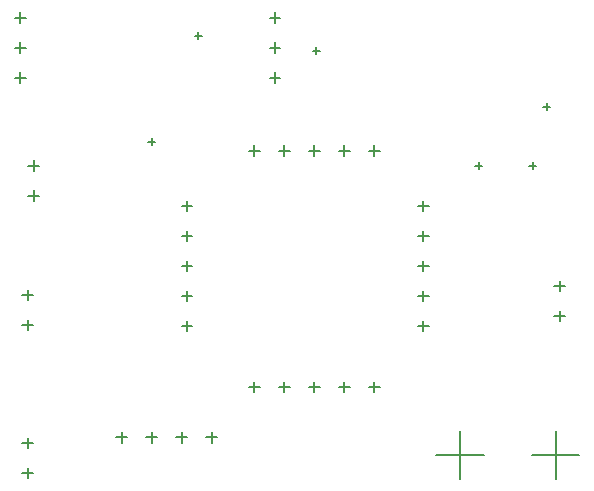
<source format=gbr>
%FSTAX25Y25*%
%MOMM*%
%SFA1B1*%

%IPPOS*%
%ADD53C,0.127000*%
%LNdevboard_drillmap_1-1*%
%LPD*%
G54D53*
X3809712Y0349999D02*
X4209712D01*
X4009712Y0149999D02*
Y0549998D01*
X4619998Y0349999D02*
X5019997D01*
X4819997Y0149999D02*
Y0549998D01*
X4810003Y1526001D02*
X4900002D01*
X4855001Y1481002D02*
Y1571002D01*
X4810003Y1780001D02*
X4900002D01*
X4855001Y1735002D02*
Y1825002D01*
X1862998Y0499999D02*
X1952998D01*
X1907999Y0454997D02*
Y0544997D01*
X1608998Y0499999D02*
X1698998D01*
X1653999Y0454997D02*
Y0544997D01*
X1354998Y0499999D02*
X1444998D01*
X1399999Y0454997D02*
Y0544997D01*
X1100998Y0499999D02*
X1190998D01*
X1145999Y0454997D02*
Y0544997D01*
X0354998Y2799999D02*
X0444997D01*
X0399999Y2754998D02*
Y2844998D01*
X0354998Y2545999D02*
X0444997D01*
X0399999Y2500998D02*
Y2590998D01*
X2399504Y3544999D02*
X2489504D01*
X2444503Y35D02*
Y3589997D01*
X2399504Y3798999D02*
X2489504D01*
X2444503Y3754D02*
Y3843997D01*
X2399504Y4052999D02*
X2489504D01*
X2444503Y4008D02*
Y4097997D01*
X0304998Y1449999D02*
X0394997D01*
X0349999Y1404998D02*
Y1494998D01*
X0304998Y1703999D02*
X0394997D01*
X0349999Y1658998D02*
Y1748998D01*
X0304998Y0195999D02*
X0394997D01*
X0349999Y0150997D02*
Y0240997D01*
X0304998Y0449999D02*
X0394997D01*
X0349999Y0404997D02*
Y0494997D01*
X0241998Y3544999D02*
X0331998D01*
X0286999Y35D02*
Y3589997D01*
X0241998Y3798999D02*
X0331998D01*
X0286999Y3754D02*
Y3843997D01*
X0241998Y4052999D02*
X0331998D01*
X0286999Y4008D02*
Y4097997D01*
X3239698Y2925297D02*
X3329698D01*
X3284697Y2880299D02*
Y2970298D01*
X2985698Y2925297D02*
X3075698D01*
X3030697Y2880299D02*
Y2970298D01*
X2731698Y2925297D02*
X2821698D01*
X2776697Y2880299D02*
Y2970298D01*
X2477698Y2925297D02*
X2567698D01*
X2522697Y2880299D02*
Y2970298D01*
X2223698Y2925297D02*
X2313698D01*
X2268697Y2880299D02*
Y2970298D01*
X1654997Y1441998D02*
X1744997D01*
X1699999Y1397D02*
Y1486999D01*
X1654997Y1695998D02*
X1744997D01*
X1699999Y1651D02*
Y1740999D01*
X1654997Y1949998D02*
X1744997D01*
X1699999Y1905D02*
Y1994999D01*
X1654997Y2203998D02*
X1744997D01*
X1699999Y2159D02*
Y2248999D01*
X1654997Y2457998D02*
X1744997D01*
X1699999Y2413D02*
Y2502999D01*
X3654999Y1441998D02*
X3744998D01*
X3699997Y1397D02*
Y1486999D01*
X3654999Y1695998D02*
X3744998D01*
X3699997Y1651D02*
Y1740999D01*
X3654999Y1949998D02*
X3744998D01*
X3699997Y1905D02*
Y1994999D01*
X3654999Y2203998D02*
X3744998D01*
X3699997Y2159D02*
Y2248999D01*
X3654999Y2457998D02*
X3744998D01*
X3699997Y2413D02*
Y2502999D01*
X2223698Y0925299D02*
X2313698D01*
X2268697Y0880297D02*
Y0970297D01*
X2477698Y0925299D02*
X2567698D01*
X2522697Y0880297D02*
Y0970297D01*
X2731698Y0925299D02*
X2821698D01*
X2776697Y0880297D02*
Y0970297D01*
X2985698Y0925299D02*
X3075698D01*
X3030697Y0880297D02*
Y0970297D01*
X3239698Y0925299D02*
X3329698D01*
X3284697Y0880297D02*
Y0970297D01*
X4714999Y3299998D02*
X4774999D01*
X4744999Y3269998D02*
Y3329998D01*
X4597501Y2799999D02*
X4657501D01*
X4627501Y2769999D02*
Y2829999D01*
X1369999Y2999999D02*
X1429999D01*
X1399999Y2969999D02*
Y3029999D01*
X4139707Y2799999D02*
X4199707D01*
X4169707Y2769999D02*
Y2829999D01*
X2764797Y3773248D02*
X2824797D01*
X2794797Y3743248D02*
Y3803248D01*
X1764995Y3899999D02*
X1824995D01*
X1794995Y3869999D02*
Y3929999D01*
M02*
</source>
